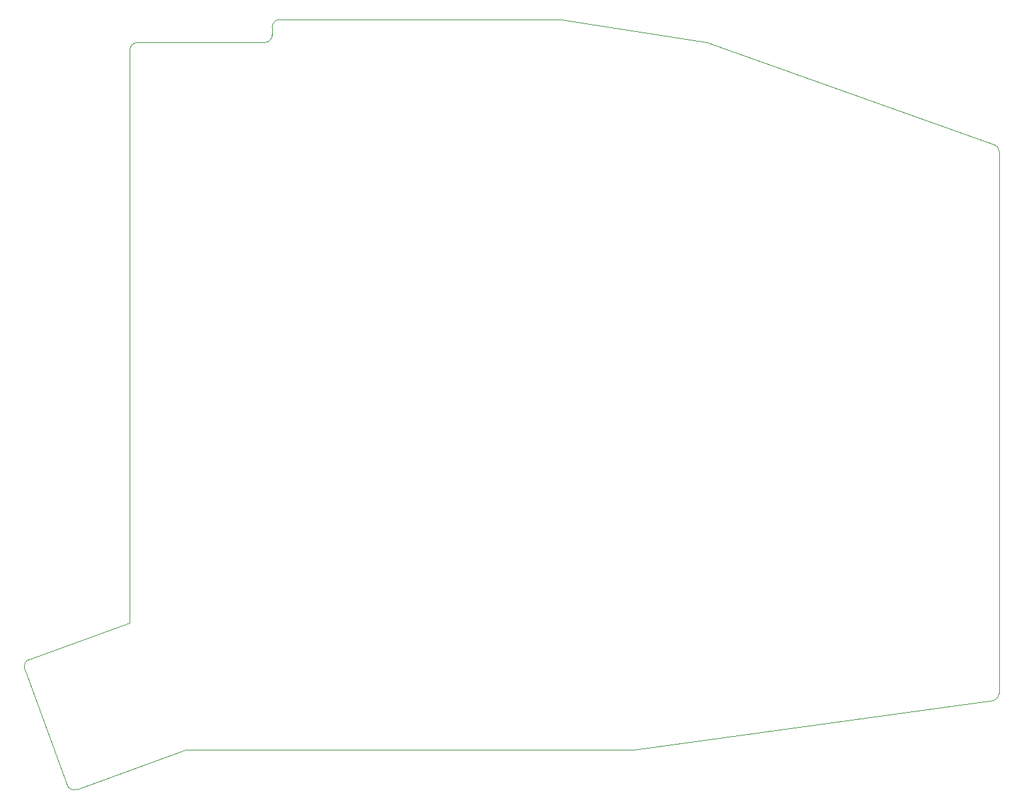
<source format=gm1>
%TF.GenerationSoftware,KiCad,Pcbnew,(6.0.11-0)*%
%TF.CreationDate,2023-02-07T09:45:11+08:00*%
%TF.ProjectId,V4,56342e6b-6963-4616-945f-706362585858,rev?*%
%TF.SameCoordinates,PX7f2c270PY60e4b00*%
%TF.FileFunction,Profile,NP*%
%FSLAX46Y46*%
G04 Gerber Fmt 4.6, Leading zero omitted, Abs format (unit mm)*
G04 Created by KiCad (PCBNEW (6.0.11-0)) date 2023-02-07 09:45:11*
%MOMM*%
%LPD*%
G01*
G04 APERTURE LIST*
%TA.AperFunction,Profile*%
%ADD10C,0.100000*%
%TD*%
%TA.AperFunction,Profile*%
%ADD11C,0.120000*%
%TD*%
G04 APERTURE END LIST*
D10*
X66000000Y47000000D02*
X47000000Y50000000D01*
X-9000000Y45990000D02*
X-9000000Y-28500000D01*
X9500000Y49000000D02*
X9500000Y47990000D01*
X103250001Y-38600005D02*
G75*
G03*
X104000000Y-37642893I-235701J957105D01*
G01*
X-8000000Y46990000D02*
G75*
G03*
X-9000000Y45990000I0J-1000000D01*
G01*
X10500000Y50000000D02*
G75*
G03*
X9500000Y49000000I0J-1000000D01*
G01*
X56500000Y-45000000D02*
X103250000Y-38600000D01*
X-1750000Y-45000000D02*
X56500000Y-45000000D01*
X-17191072Y-49559722D02*
X-22663394Y-34524640D01*
X-17191042Y-49559711D02*
G75*
G03*
X-15909359Y-50157395I939642J341911D01*
G01*
X103300000Y33750000D02*
X66000000Y47000000D01*
X104000010Y32792893D02*
G75*
G03*
X103300000Y33750000I-1004310J7D01*
G01*
X8500000Y46990000D02*
X7500000Y46990000D01*
X-22065731Y-33242903D02*
G75*
G03*
X-22663394Y-34524640I342031J-939697D01*
G01*
X47000000Y50000000D02*
X10500000Y50000000D01*
X-22065722Y-33242928D02*
X-9000000Y-28500000D01*
X-1750000Y-45000000D02*
X-15909359Y-50157395D01*
X8500000Y46990000D02*
G75*
G03*
X9500000Y47990000I0J1000000D01*
G01*
X104000000Y-37642893D02*
X104000000Y32792893D01*
X-7500000Y46990000D02*
X-8000000Y46990000D01*
D11*
%TO.C,J1*%
X7500000Y46990000D02*
X-7500000Y46990000D01*
%TD*%
M02*

</source>
